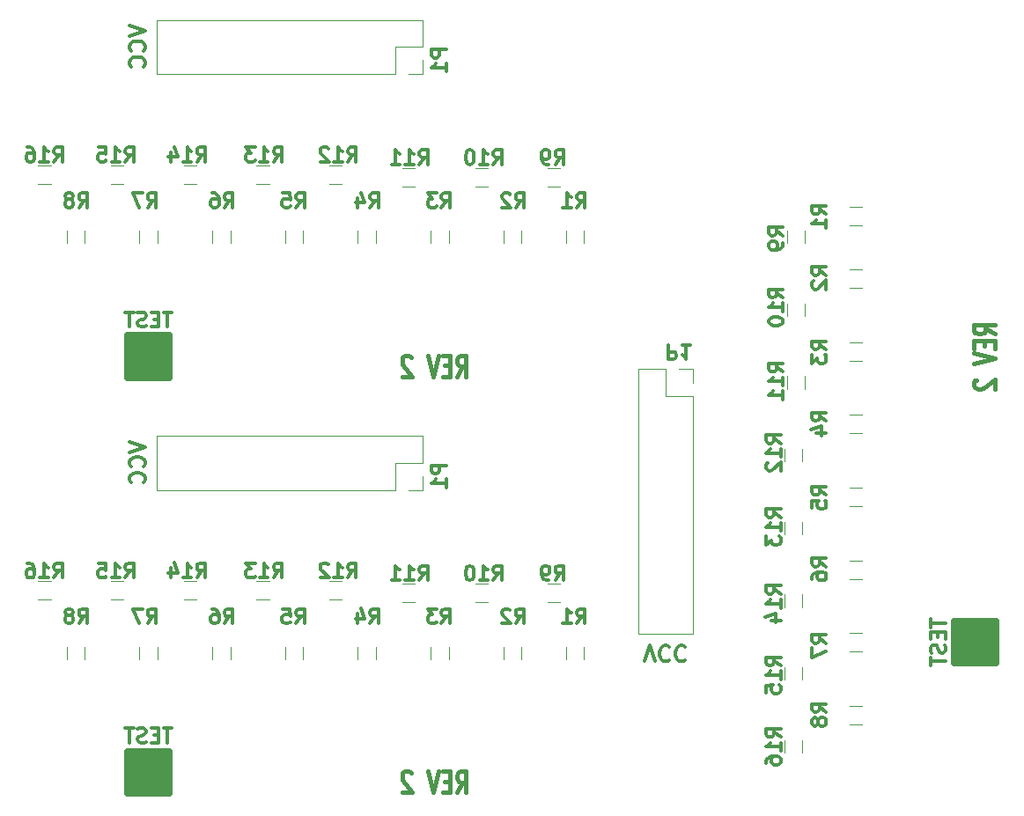
<source format=gbo>
%MOIN*%
%OFA0B0*%
%FSLAX46Y46*%
%IPPOS*%
%LPD*%
%ADD10C,0.012000000000000002*%
%ADD11C,0.015000000000000001*%
%ADD12C,0.013750000000000002*%
%ADD13C,0.025590551181102365*%
%ADD14C,0.0047244094488188976*%
%ADD25C,0.012000000000000002*%
%ADD26C,0.015000000000000001*%
%ADD27C,0.013750000000000002*%
%ADD28C,0.025590551181102365*%
%ADD29C,0.0047244094488188976*%
%ADD30C,0.012000000000000002*%
%ADD31C,0.015000000000000001*%
%ADD32C,0.013750000000000002*%
%ADD33C,0.025590551181102365*%
%ADD34C,0.0047244094488188976*%
G01*
D10*
X0000557694Y0001389763D02*
X0000617694Y0001369763D01*
X0000557694Y0001349763D01*
X0000611979Y0001295478D02*
X0000614836Y0001298335D01*
X0000617694Y0001306906D01*
X0000617694Y0001312620D01*
X0000614836Y0001321192D01*
X0000609122Y0001326906D01*
X0000603408Y0001329763D01*
X0000591979Y0001332620D01*
X0000583408Y0001332620D01*
X0000571979Y0001329763D01*
X0000566265Y0001326906D01*
X0000560551Y0001321192D01*
X0000557694Y0001312620D01*
X0000557694Y0001306906D01*
X0000560551Y0001298335D01*
X0000563408Y0001295478D01*
X0000611979Y0001235478D02*
X0000614836Y0001238335D01*
X0000617694Y0001246906D01*
X0000617694Y0001252620D01*
X0000614836Y0001261192D01*
X0000609122Y0001266906D01*
X0000603408Y0001269763D01*
X0000591979Y0001272620D01*
X0000583408Y0001272620D01*
X0000571979Y0001269763D01*
X0000566265Y0001266906D01*
X0000560551Y0001261192D01*
X0000557694Y0001252620D01*
X0000557694Y0001246906D01*
X0000560551Y0001238335D01*
X0000563408Y0001235478D01*
D11*
X0001798312Y0000062234D02*
X0001818312Y0000100329D01*
X0001832598Y0000062234D02*
X0001832598Y0000142234D01*
X0001809741Y0000142234D01*
X0001804026Y0000138425D01*
X0001801169Y0000134615D01*
X0001798312Y0000126996D01*
X0001798312Y0000115568D01*
X0001801169Y0000107949D01*
X0001804026Y0000104139D01*
X0001809741Y0000100329D01*
X0001832598Y0000100329D01*
X0001772598Y0000104139D02*
X0001752598Y0000104139D01*
X0001744026Y0000062234D02*
X0001772598Y0000062234D01*
X0001772598Y0000142234D01*
X0001744026Y0000142234D01*
X0001726884Y0000142234D02*
X0001706884Y0000062234D01*
X0001686884Y0000142234D01*
X0001624026Y0000134615D02*
X0001621169Y0000138425D01*
X0001615455Y0000142234D01*
X0001601169Y0000142234D01*
X0001595455Y0000138425D01*
X0001592598Y0000134615D01*
X0001589741Y0000126996D01*
X0001589741Y0000119377D01*
X0001592598Y0000107949D01*
X0001626884Y0000062234D01*
X0001589741Y0000062234D01*
D12*
X0000717659Y0000305709D02*
X0000686230Y0000305709D01*
X0000701945Y0000250709D02*
X0000701945Y0000305709D01*
X0000667897Y0000279519D02*
X0000649564Y0000279519D01*
X0000641706Y0000250709D02*
X0000667897Y0000250709D01*
X0000667897Y0000305709D01*
X0000641706Y0000305709D01*
X0000620754Y0000253328D02*
X0000612897Y0000250709D01*
X0000599802Y0000250709D01*
X0000594564Y0000253328D01*
X0000591945Y0000255947D01*
X0000589325Y0000261185D01*
X0000589325Y0000266423D01*
X0000591945Y0000271661D01*
X0000594564Y0000274281D01*
X0000599802Y0000276900D01*
X0000610278Y0000279519D01*
X0000615516Y0000282138D01*
X0000618135Y0000284757D01*
X0000620754Y0000289995D01*
X0000620754Y0000295233D01*
X0000618135Y0000300471D01*
X0000615516Y0000303090D01*
X0000610278Y0000305709D01*
X0000597183Y0000305709D01*
X0000589325Y0000303090D01*
X0000573611Y0000305709D02*
X0000542183Y0000305709D01*
X0000557897Y0000250709D02*
X0000557897Y0000305709D01*
X0002251135Y0000701733D02*
X0002269468Y0000727923D01*
X0002282563Y0000701733D02*
X0002282563Y0000756733D01*
X0002261611Y0000756733D01*
X0002256373Y0000754114D01*
X0002253754Y0000751495D01*
X0002251135Y0000746257D01*
X0002251135Y0000738399D01*
X0002253754Y0000733161D01*
X0002256373Y0000730542D01*
X0002261611Y0000727923D01*
X0002282563Y0000727923D01*
X0002198754Y0000701733D02*
X0002230182Y0000701733D01*
X0002214468Y0000701733D02*
X0002214468Y0000756733D01*
X0002219706Y0000748876D01*
X0002224944Y0000743637D01*
X0002230182Y0000741018D01*
X0002019875Y0000701733D02*
X0002038208Y0000727923D01*
X0002051303Y0000701733D02*
X0002051303Y0000756733D01*
X0002030351Y0000756733D01*
X0002025113Y0000754114D01*
X0002022494Y0000751495D01*
X0002019875Y0000746257D01*
X0002019875Y0000738399D01*
X0002022494Y0000733161D01*
X0002025113Y0000730542D01*
X0002030351Y0000727923D01*
X0002051303Y0000727923D01*
X0001998922Y0000751495D02*
X0001996303Y0000754114D01*
X0001991065Y0000756733D01*
X0001977970Y0000756733D01*
X0001972732Y0000754114D01*
X0001970113Y0000751495D01*
X0001967494Y0000746257D01*
X0001967494Y0000741018D01*
X0001970113Y0000733161D01*
X0002001541Y0000701733D01*
X0001967494Y0000701733D01*
X0001739245Y0000701733D02*
X0001757578Y0000727923D01*
X0001770673Y0000701733D02*
X0001770673Y0000756733D01*
X0001749721Y0000756733D01*
X0001744483Y0000754114D01*
X0001741864Y0000751495D01*
X0001739245Y0000746257D01*
X0001739245Y0000738399D01*
X0001741864Y0000733161D01*
X0001744483Y0000730542D01*
X0001749721Y0000727923D01*
X0001770673Y0000727923D01*
X0001720912Y0000756733D02*
X0001686864Y0000756733D01*
X0001705197Y0000735780D01*
X0001697340Y0000735780D01*
X0001692102Y0000733161D01*
X0001689483Y0000730542D01*
X0001686864Y0000725304D01*
X0001686864Y0000712209D01*
X0001689483Y0000706971D01*
X0001692102Y0000704352D01*
X0001697340Y0000701733D01*
X0001713054Y0000701733D01*
X0001718292Y0000704352D01*
X0001720912Y0000706971D01*
X0001468615Y0000701733D02*
X0001486948Y0000727923D01*
X0001500044Y0000701733D02*
X0001500044Y0000756733D01*
X0001479091Y0000756733D01*
X0001473853Y0000754114D01*
X0001471234Y0000751495D01*
X0001468615Y0000746257D01*
X0001468615Y0000738399D01*
X0001471234Y0000733161D01*
X0001473853Y0000730542D01*
X0001479091Y0000727923D01*
X0001500044Y0000727923D01*
X0001421472Y0000738399D02*
X0001421472Y0000701733D01*
X0001434567Y0000759352D02*
X0001447663Y0000720066D01*
X0001413615Y0000720066D01*
X0001187985Y0000701733D02*
X0001206318Y0000727923D01*
X0001219414Y0000701733D02*
X0001219414Y0000756733D01*
X0001198461Y0000756733D01*
X0001193223Y0000754114D01*
X0001190604Y0000751495D01*
X0001187985Y0000746257D01*
X0001187985Y0000738399D01*
X0001190604Y0000733161D01*
X0001193223Y0000730542D01*
X0001198461Y0000727923D01*
X0001219414Y0000727923D01*
X0001138223Y0000756733D02*
X0001164414Y0000756733D01*
X0001167033Y0000730542D01*
X0001164414Y0000733161D01*
X0001159176Y0000735780D01*
X0001146080Y0000735780D01*
X0001140842Y0000733161D01*
X0001138223Y0000730542D01*
X0001135604Y0000725304D01*
X0001135604Y0000712209D01*
X0001138223Y0000706971D01*
X0001140842Y0000704352D01*
X0001146080Y0000701733D01*
X0001159176Y0000701733D01*
X0001164414Y0000704352D01*
X0001167033Y0000706971D01*
X0000917355Y0000701733D02*
X0000935688Y0000727923D01*
X0000948784Y0000701733D02*
X0000948784Y0000756733D01*
X0000927831Y0000756733D01*
X0000922593Y0000754114D01*
X0000919974Y0000751495D01*
X0000917355Y0000746257D01*
X0000917355Y0000738399D01*
X0000919974Y0000733161D01*
X0000922593Y0000730542D01*
X0000927831Y0000727923D01*
X0000948784Y0000727923D01*
X0000870212Y0000756733D02*
X0000880688Y0000756733D01*
X0000885927Y0000754114D01*
X0000888546Y0000751495D01*
X0000893784Y0000743637D01*
X0000896403Y0000733161D01*
X0000896403Y0000712209D01*
X0000893784Y0000706971D01*
X0000891165Y0000704352D01*
X0000885927Y0000701733D01*
X0000875450Y0000701733D01*
X0000870212Y0000704352D01*
X0000867593Y0000706971D01*
X0000864974Y0000712209D01*
X0000864974Y0000725304D01*
X0000867593Y0000730542D01*
X0000870212Y0000733161D01*
X0000875450Y0000735780D01*
X0000885927Y0000735780D01*
X0000891165Y0000733161D01*
X0000893784Y0000730542D01*
X0000896403Y0000725304D01*
X0000626725Y0000701733D02*
X0000645059Y0000727923D01*
X0000658154Y0000701733D02*
X0000658154Y0000756733D01*
X0000637201Y0000756733D01*
X0000631963Y0000754114D01*
X0000629344Y0000751495D01*
X0000626725Y0000746257D01*
X0000626725Y0000738399D01*
X0000629344Y0000733161D01*
X0000631963Y0000730542D01*
X0000637201Y0000727923D01*
X0000658154Y0000727923D01*
X0000608392Y0000756733D02*
X0000571725Y0000756733D01*
X0000595297Y0000701733D01*
X0000366095Y0000701733D02*
X0000384429Y0000727923D01*
X0000397524Y0000701733D02*
X0000397524Y0000756733D01*
X0000376571Y0000756733D01*
X0000371333Y0000754114D01*
X0000368714Y0000751495D01*
X0000366095Y0000746257D01*
X0000366095Y0000738399D01*
X0000368714Y0000733161D01*
X0000371333Y0000730542D01*
X0000376571Y0000727923D01*
X0000397524Y0000727923D01*
X0000334667Y0000733161D02*
X0000339905Y0000735780D01*
X0000342524Y0000738399D01*
X0000345143Y0000743637D01*
X0000345143Y0000746257D01*
X0000342524Y0000751495D01*
X0000339905Y0000754114D01*
X0000334667Y0000756733D01*
X0000324190Y0000756733D01*
X0000318952Y0000754114D01*
X0000316333Y0000751495D01*
X0000313714Y0000746257D01*
X0000313714Y0000743637D01*
X0000316333Y0000738399D01*
X0000318952Y0000735780D01*
X0000324190Y0000733161D01*
X0000334667Y0000733161D01*
X0000339905Y0000730542D01*
X0000342524Y0000727923D01*
X0000345143Y0000722685D01*
X0000345143Y0000712209D01*
X0000342524Y0000706971D01*
X0000339905Y0000704352D01*
X0000334667Y0000701733D01*
X0000324190Y0000701733D01*
X0000318952Y0000704352D01*
X0000316333Y0000706971D01*
X0000313714Y0000712209D01*
X0000313714Y0000722685D01*
X0000316333Y0000727923D01*
X0000318952Y0000730542D01*
X0000324190Y0000733161D01*
X0002169875Y0000865040D02*
X0002188208Y0000891230D01*
X0002201303Y0000865040D02*
X0002201303Y0000920040D01*
X0002180351Y0000920040D01*
X0002175113Y0000917421D01*
X0002172494Y0000914802D01*
X0002169875Y0000909564D01*
X0002169875Y0000901707D01*
X0002172494Y0000896468D01*
X0002175113Y0000893849D01*
X0002180351Y0000891230D01*
X0002201303Y0000891230D01*
X0002143684Y0000865040D02*
X0002133208Y0000865040D01*
X0002127970Y0000867659D01*
X0002125351Y0000870278D01*
X0002120113Y0000878135D01*
X0002117494Y0000888611D01*
X0002117494Y0000909564D01*
X0002120113Y0000914802D01*
X0002122732Y0000917421D01*
X0002127970Y0000920040D01*
X0002138446Y0000920040D01*
X0002143684Y0000917421D01*
X0002146303Y0000914802D01*
X0002148922Y0000909564D01*
X0002148922Y0000896468D01*
X0002146303Y0000891230D01*
X0002143684Y0000888611D01*
X0002138446Y0000885992D01*
X0002127970Y0000885992D01*
X0002122732Y0000888611D01*
X0002120113Y0000891230D01*
X0002117494Y0000896468D01*
X0001935435Y0000865040D02*
X0001953769Y0000891230D01*
X0001966864Y0000865040D02*
X0001966864Y0000920040D01*
X0001945912Y0000920040D01*
X0001940673Y0000917421D01*
X0001938054Y0000914802D01*
X0001935435Y0000909564D01*
X0001935435Y0000901707D01*
X0001938054Y0000896468D01*
X0001940673Y0000893849D01*
X0001945912Y0000891230D01*
X0001966864Y0000891230D01*
X0001883054Y0000865040D02*
X0001914483Y0000865040D01*
X0001898769Y0000865040D02*
X0001898769Y0000920040D01*
X0001904007Y0000912183D01*
X0001909245Y0000906945D01*
X0001914483Y0000904326D01*
X0001849007Y0000920040D02*
X0001843769Y0000920040D01*
X0001838531Y0000917421D01*
X0001835912Y0000914802D01*
X0001833292Y0000909564D01*
X0001830673Y0000899087D01*
X0001830673Y0000885992D01*
X0001833292Y0000875516D01*
X0001835912Y0000870278D01*
X0001838531Y0000867659D01*
X0001843769Y0000865040D01*
X0001849007Y0000865040D01*
X0001854245Y0000867659D01*
X0001856864Y0000870278D01*
X0001859483Y0000875516D01*
X0001862102Y0000885992D01*
X0001862102Y0000899087D01*
X0001859483Y0000909564D01*
X0001856864Y0000914802D01*
X0001854245Y0000917421D01*
X0001849007Y0000920040D01*
X0001654805Y0000865040D02*
X0001673139Y0000891230D01*
X0001686234Y0000865040D02*
X0001686234Y0000920040D01*
X0001665282Y0000920040D01*
X0001660044Y0000917421D01*
X0001657425Y0000914802D01*
X0001654805Y0000909564D01*
X0001654805Y0000901707D01*
X0001657425Y0000896468D01*
X0001660044Y0000893849D01*
X0001665282Y0000891230D01*
X0001686234Y0000891230D01*
X0001602425Y0000865040D02*
X0001633853Y0000865040D01*
X0001618139Y0000865040D02*
X0001618139Y0000920040D01*
X0001623377Y0000912183D01*
X0001628615Y0000906945D01*
X0001633853Y0000904326D01*
X0001550044Y0000865040D02*
X0001581472Y0000865040D01*
X0001565758Y0000865040D02*
X0001565758Y0000920040D01*
X0001570996Y0000912183D01*
X0001576234Y0000906945D01*
X0001581472Y0000904326D01*
X0001384176Y0000874882D02*
X0001402509Y0000901073D01*
X0001415604Y0000874882D02*
X0001415604Y0000929882D01*
X0001394652Y0000929882D01*
X0001389414Y0000927263D01*
X0001386795Y0000924644D01*
X0001384176Y0000919406D01*
X0001384176Y0000911549D01*
X0001386795Y0000906311D01*
X0001389414Y0000903692D01*
X0001394652Y0000901073D01*
X0001415604Y0000901073D01*
X0001331795Y0000874882D02*
X0001363223Y0000874882D01*
X0001347509Y0000874882D02*
X0001347509Y0000929882D01*
X0001352747Y0000922025D01*
X0001357985Y0000916787D01*
X0001363223Y0000914168D01*
X0001310842Y0000924644D02*
X0001308223Y0000927263D01*
X0001302985Y0000929882D01*
X0001289890Y0000929882D01*
X0001284652Y0000927263D01*
X0001282033Y0000924644D01*
X0001279414Y0000919406D01*
X0001279414Y0000914168D01*
X0001282033Y0000906311D01*
X0001313461Y0000874882D01*
X0001279414Y0000874882D01*
X0001103546Y0000874882D02*
X0001121879Y0000901073D01*
X0001134974Y0000874882D02*
X0001134974Y0000929882D01*
X0001114022Y0000929882D01*
X0001108784Y0000927263D01*
X0001106165Y0000924644D01*
X0001103546Y0000919406D01*
X0001103546Y0000911549D01*
X0001106165Y0000906311D01*
X0001108784Y0000903692D01*
X0001114022Y0000901073D01*
X0001134974Y0000901073D01*
X0001051165Y0000874882D02*
X0001082593Y0000874882D01*
X0001066879Y0000874882D02*
X0001066879Y0000929882D01*
X0001072117Y0000922025D01*
X0001077355Y0000916787D01*
X0001082593Y0000914168D01*
X0001032831Y0000929882D02*
X0000998784Y0000929882D01*
X0001017117Y0000908930D01*
X0001009260Y0000908930D01*
X0001004022Y0000906311D01*
X0001001403Y0000903692D01*
X0000998784Y0000898454D01*
X0000998784Y0000885359D01*
X0001001403Y0000880120D01*
X0001004022Y0000877501D01*
X0001009260Y0000874882D01*
X0001024974Y0000874882D01*
X0001030212Y0000877501D01*
X0001032831Y0000880120D01*
X0000812916Y0000874882D02*
X0000831249Y0000901073D01*
X0000844344Y0000874882D02*
X0000844344Y0000929882D01*
X0000823392Y0000929882D01*
X0000818154Y0000927263D01*
X0000815535Y0000924644D01*
X0000812916Y0000919406D01*
X0000812916Y0000911549D01*
X0000815535Y0000906311D01*
X0000818154Y0000903692D01*
X0000823392Y0000901073D01*
X0000844344Y0000901073D01*
X0000760535Y0000874882D02*
X0000791963Y0000874882D01*
X0000776249Y0000874882D02*
X0000776249Y0000929882D01*
X0000781487Y0000922025D01*
X0000786725Y0000916787D01*
X0000791963Y0000914168D01*
X0000713392Y0000911549D02*
X0000713392Y0000874882D01*
X0000726487Y0000932501D02*
X0000739582Y0000893216D01*
X0000705535Y0000893216D01*
X0000542286Y0000874882D02*
X0000560619Y0000901073D01*
X0000573714Y0000874882D02*
X0000573714Y0000929882D01*
X0000552762Y0000929882D01*
X0000547524Y0000927263D01*
X0000544905Y0000924644D01*
X0000542286Y0000919406D01*
X0000542286Y0000911549D01*
X0000544905Y0000906311D01*
X0000547524Y0000903692D01*
X0000552762Y0000901073D01*
X0000573714Y0000901073D01*
X0000489905Y0000874882D02*
X0000521333Y0000874882D01*
X0000505619Y0000874882D02*
X0000505619Y0000929882D01*
X0000510857Y0000922025D01*
X0000516095Y0000916787D01*
X0000521333Y0000914168D01*
X0000440143Y0000929882D02*
X0000466333Y0000929882D01*
X0000468952Y0000903692D01*
X0000466333Y0000906311D01*
X0000461095Y0000908930D01*
X0000448000Y0000908930D01*
X0000442762Y0000906311D01*
X0000440143Y0000903692D01*
X0000437524Y0000898454D01*
X0000437524Y0000885359D01*
X0000440143Y0000880120D01*
X0000442762Y0000877501D01*
X0000448000Y0000874882D01*
X0000461095Y0000874882D01*
X0000466333Y0000877501D01*
X0000468952Y0000880120D01*
X0000271656Y0000874882D02*
X0000289989Y0000901073D01*
X0000303084Y0000874882D02*
X0000303084Y0000929882D01*
X0000282132Y0000929882D01*
X0000276894Y0000927263D01*
X0000274275Y0000924644D01*
X0000271656Y0000919406D01*
X0000271656Y0000911549D01*
X0000274275Y0000906311D01*
X0000276894Y0000903692D01*
X0000282132Y0000901073D01*
X0000303084Y0000901073D01*
X0000219275Y0000874882D02*
X0000250703Y0000874882D01*
X0000234989Y0000874882D02*
X0000234989Y0000929882D01*
X0000240227Y0000922025D01*
X0000245465Y0000916787D01*
X0000250703Y0000914168D01*
X0000172132Y0000929882D02*
X0000182608Y0000929882D01*
X0000187846Y0000927263D01*
X0000190465Y0000924644D01*
X0000195703Y0000916787D01*
X0000198322Y0000906311D01*
X0000198322Y0000885359D01*
X0000195703Y0000880120D01*
X0000193084Y0000877501D01*
X0000187846Y0000874882D01*
X0000177370Y0000874882D01*
X0000172132Y0000877501D01*
X0000169513Y0000880120D01*
X0000166894Y0000885359D01*
X0000166894Y0000898454D01*
X0000169513Y0000903692D01*
X0000172132Y0000906311D01*
X0000177370Y0000908930D01*
X0000187846Y0000908930D01*
X0000193084Y0000906311D01*
X0000195703Y0000903692D01*
X0000198322Y0000898454D01*
X0001757164Y0001300437D02*
X0001702164Y0001300437D01*
X0001702164Y0001279485D01*
X0001704783Y0001274247D01*
X0001707402Y0001271628D01*
X0001712640Y0001269009D01*
X0001720497Y0001269009D01*
X0001725735Y0001271628D01*
X0001728354Y0001274247D01*
X0001730973Y0001279485D01*
X0001730973Y0001300437D01*
X0001757164Y0001216628D02*
X0001757164Y0001248056D01*
X0001757164Y0001232342D02*
X0001702164Y0001232342D01*
X0001710021Y0001237580D01*
X0001715259Y0001242818D01*
X0001717878Y0001248056D01*
D13*
X0000708661Y0000137795D02*
X0000551181Y0000137795D01*
X0000551181Y0000177165D02*
X0000551181Y0000157480D01*
X0000708661Y0000196850D02*
X0000708661Y0000177165D01*
X0000708661Y0000216535D02*
X0000708661Y0000059055D01*
X0000551181Y0000098425D02*
X0000551181Y0000078740D01*
X0000708661Y0000177165D02*
X0000551181Y0000177165D01*
X0000551181Y0000137795D02*
X0000551181Y0000118110D01*
X0000708661Y0000098425D02*
X0000551181Y0000098425D01*
X0000551181Y0000157480D02*
X0000708661Y0000157480D01*
X0000551181Y0000216535D02*
X0000551181Y0000196850D01*
X0000551181Y0000118110D02*
X0000688976Y0000118110D01*
X0000551181Y0000059055D02*
X0000551181Y0000216535D01*
X0000688976Y0000118110D02*
X0000708661Y0000118110D01*
X0000551181Y0000196850D02*
X0000708661Y0000196850D01*
X0000708661Y0000118110D02*
X0000708661Y0000098425D01*
X0000708661Y0000157480D02*
X0000708661Y0000137795D01*
X0000708661Y0000059055D02*
X0000551181Y0000059055D01*
X0000551181Y0000216535D02*
X0000708661Y0000216535D01*
X0000551181Y0000078740D02*
X0000708661Y0000078740D01*
D14*
X0002209448Y0000614173D02*
X0002209448Y0000566929D01*
X0002278740Y0000566929D02*
X0002278740Y0000614173D01*
X0002042519Y0000566929D02*
X0002042519Y0000614173D01*
X0001973228Y0000614173D02*
X0001973228Y0000566929D01*
X0001697637Y0000614173D02*
X0001697637Y0000566929D01*
X0001766929Y0000566929D02*
X0001766929Y0000614173D01*
X0001491338Y0000566929D02*
X0001491338Y0000614173D01*
X0001422047Y0000614173D02*
X0001422047Y0000566929D01*
X0001146456Y0000614173D02*
X0001146456Y0000566929D01*
X0001215748Y0000566929D02*
X0001215748Y0000614173D01*
X0000940157Y0000566929D02*
X0000940157Y0000614173D01*
X0000870866Y0000614173D02*
X0000870866Y0000566929D01*
X0000595275Y0000614173D02*
X0000595275Y0000566929D01*
X0000664566Y0000566929D02*
X0000664566Y0000614173D01*
X0000388976Y0000566929D02*
X0000388976Y0000614173D01*
X0000319685Y0000614173D02*
X0000319685Y0000566929D01*
X0002188976Y0000851574D02*
X0002141732Y0000851574D01*
X0002141732Y0000782283D02*
X0002188976Y0000782283D01*
X0001913385Y0000851574D02*
X0001866141Y0000851574D01*
X0001866141Y0000782283D02*
X0001913385Y0000782283D01*
X0001590551Y0000782283D02*
X0001637795Y0000782283D01*
X0001637795Y0000851574D02*
X0001590551Y0000851574D01*
X0001314960Y0000792125D02*
X0001362204Y0000792125D01*
X0001362204Y0000861417D02*
X0001314960Y0000861417D01*
X0001039370Y0000792125D02*
X0001086614Y0000792125D01*
X0001086614Y0000861417D02*
X0001039370Y0000861417D01*
X0000763779Y0000792125D02*
X0000811023Y0000792125D01*
X0000811023Y0000861417D02*
X0000763779Y0000861417D01*
X0000488188Y0000792125D02*
X0000535433Y0000792125D01*
X0000535433Y0000861417D02*
X0000488188Y0000861417D01*
X0000259842Y0000861417D02*
X0000212598Y0000861417D01*
X0000212598Y0000792125D02*
X0000259842Y0000792125D01*
X0001666535Y0001207480D02*
X0001666535Y0001259842D01*
X0001564173Y0001207480D02*
X0001564173Y0001309842D01*
X0001666535Y0001309842D02*
X0001666535Y0001412204D01*
X0000661811Y0001207480D02*
X0000661811Y0001412204D01*
X0001564173Y0001207480D02*
X0000661811Y0001207480D01*
X0001564173Y0001309842D02*
X0001666535Y0001309842D01*
X0001614173Y0001207480D02*
X0001666535Y0001207480D01*
X0001666535Y0001412204D02*
X0000661811Y0001412204D01*
G04 next file*
G04 Gerber Fmt 4.6, Leading zero omitted, Abs format (unit mm)*
G04 Created by KiCad (PCBNEW (6.0.1)) date 2022-06-02 17:03:42*
G01*
G04 APERTURE LIST*
G04 APERTURE END LIST*
D25*
X0000557694Y0002964566D02*
X0000617694Y0002944566D01*
X0000557694Y0002924566D01*
X0000611979Y0002870281D02*
X0000614836Y0002873138D01*
X0000617694Y0002881709D01*
X0000617694Y0002887424D01*
X0000614836Y0002895995D01*
X0000609122Y0002901709D01*
X0000603408Y0002904566D01*
X0000591979Y0002907424D01*
X0000583408Y0002907424D01*
X0000571979Y0002904566D01*
X0000566265Y0002901709D01*
X0000560551Y0002895995D01*
X0000557694Y0002887424D01*
X0000557694Y0002881709D01*
X0000560551Y0002873138D01*
X0000563408Y0002870281D01*
X0000611979Y0002810281D02*
X0000614836Y0002813138D01*
X0000617694Y0002821709D01*
X0000617694Y0002827424D01*
X0000614836Y0002835995D01*
X0000609122Y0002841709D01*
X0000603408Y0002844566D01*
X0000591979Y0002847424D01*
X0000583408Y0002847424D01*
X0000571979Y0002844566D01*
X0000566265Y0002841709D01*
X0000560551Y0002835995D01*
X0000557694Y0002827424D01*
X0000557694Y0002821709D01*
X0000560551Y0002813138D01*
X0000563408Y0002810281D01*
D26*
X0001798312Y0001637037D02*
X0001818312Y0001675133D01*
X0001832598Y0001637037D02*
X0001832598Y0001717037D01*
X0001809741Y0001717037D01*
X0001804026Y0001713228D01*
X0001801169Y0001709418D01*
X0001798312Y0001701799D01*
X0001798312Y0001690371D01*
X0001801169Y0001682752D01*
X0001804026Y0001678942D01*
X0001809741Y0001675133D01*
X0001832598Y0001675133D01*
X0001772598Y0001678942D02*
X0001752598Y0001678942D01*
X0001744026Y0001637037D02*
X0001772598Y0001637037D01*
X0001772598Y0001717037D01*
X0001744026Y0001717037D01*
X0001726884Y0001717037D02*
X0001706884Y0001637037D01*
X0001686884Y0001717037D01*
X0001624026Y0001709418D02*
X0001621169Y0001713228D01*
X0001615455Y0001717037D01*
X0001601169Y0001717037D01*
X0001595455Y0001713228D01*
X0001592598Y0001709418D01*
X0001589741Y0001701799D01*
X0001589741Y0001694180D01*
X0001592598Y0001682752D01*
X0001626884Y0001637037D01*
X0001589741Y0001637037D01*
D27*
X0000717659Y0001880512D02*
X0000686230Y0001880512D01*
X0000701945Y0001825512D02*
X0000701945Y0001880512D01*
X0000667897Y0001854322D02*
X0000649564Y0001854322D01*
X0000641706Y0001825512D02*
X0000667897Y0001825512D01*
X0000667897Y0001880512D01*
X0000641706Y0001880512D01*
X0000620754Y0001828131D02*
X0000612897Y0001825512D01*
X0000599802Y0001825512D01*
X0000594564Y0001828131D01*
X0000591945Y0001830750D01*
X0000589325Y0001835988D01*
X0000589325Y0001841227D01*
X0000591945Y0001846465D01*
X0000594564Y0001849084D01*
X0000599802Y0001851703D01*
X0000610278Y0001854322D01*
X0000615516Y0001856941D01*
X0000618135Y0001859560D01*
X0000620754Y0001864798D01*
X0000620754Y0001870036D01*
X0000618135Y0001875274D01*
X0000615516Y0001877893D01*
X0000610278Y0001880512D01*
X0000597183Y0001880512D01*
X0000589325Y0001877893D01*
X0000573611Y0001880512D02*
X0000542183Y0001880512D01*
X0000557897Y0001825512D02*
X0000557897Y0001880512D01*
X0002251135Y0002276536D02*
X0002269468Y0002302726D01*
X0002282563Y0002276536D02*
X0002282563Y0002331536D01*
X0002261611Y0002331536D01*
X0002256373Y0002328917D01*
X0002253754Y0002326298D01*
X0002251135Y0002321060D01*
X0002251135Y0002313203D01*
X0002253754Y0002307964D01*
X0002256373Y0002305345D01*
X0002261611Y0002302726D01*
X0002282563Y0002302726D01*
X0002198754Y0002276536D02*
X0002230182Y0002276536D01*
X0002214468Y0002276536D02*
X0002214468Y0002331536D01*
X0002219706Y0002323679D01*
X0002224944Y0002318441D01*
X0002230182Y0002315822D01*
X0002019875Y0002276536D02*
X0002038208Y0002302726D01*
X0002051303Y0002276536D02*
X0002051303Y0002331536D01*
X0002030351Y0002331536D01*
X0002025113Y0002328917D01*
X0002022494Y0002326298D01*
X0002019875Y0002321060D01*
X0002019875Y0002313203D01*
X0002022494Y0002307964D01*
X0002025113Y0002305345D01*
X0002030351Y0002302726D01*
X0002051303Y0002302726D01*
X0001998922Y0002326298D02*
X0001996303Y0002328917D01*
X0001991065Y0002331536D01*
X0001977970Y0002331536D01*
X0001972732Y0002328917D01*
X0001970113Y0002326298D01*
X0001967494Y0002321060D01*
X0001967494Y0002315822D01*
X0001970113Y0002307964D01*
X0002001541Y0002276536D01*
X0001967494Y0002276536D01*
X0001739245Y0002276536D02*
X0001757578Y0002302726D01*
X0001770673Y0002276536D02*
X0001770673Y0002331536D01*
X0001749721Y0002331536D01*
X0001744483Y0002328917D01*
X0001741864Y0002326298D01*
X0001739245Y0002321060D01*
X0001739245Y0002313203D01*
X0001741864Y0002307964D01*
X0001744483Y0002305345D01*
X0001749721Y0002302726D01*
X0001770673Y0002302726D01*
X0001720912Y0002331536D02*
X0001686864Y0002331536D01*
X0001705197Y0002310584D01*
X0001697340Y0002310584D01*
X0001692102Y0002307964D01*
X0001689483Y0002305345D01*
X0001686864Y0002300107D01*
X0001686864Y0002287012D01*
X0001689483Y0002281774D01*
X0001692102Y0002279155D01*
X0001697340Y0002276536D01*
X0001713054Y0002276536D01*
X0001718292Y0002279155D01*
X0001720912Y0002281774D01*
X0001468615Y0002276536D02*
X0001486948Y0002302726D01*
X0001500044Y0002276536D02*
X0001500044Y0002331536D01*
X0001479091Y0002331536D01*
X0001473853Y0002328917D01*
X0001471234Y0002326298D01*
X0001468615Y0002321060D01*
X0001468615Y0002313203D01*
X0001471234Y0002307964D01*
X0001473853Y0002305345D01*
X0001479091Y0002302726D01*
X0001500044Y0002302726D01*
X0001421472Y0002313203D02*
X0001421472Y0002276536D01*
X0001434567Y0002334155D02*
X0001447663Y0002294869D01*
X0001413615Y0002294869D01*
X0001187985Y0002276536D02*
X0001206318Y0002302726D01*
X0001219414Y0002276536D02*
X0001219414Y0002331536D01*
X0001198461Y0002331536D01*
X0001193223Y0002328917D01*
X0001190604Y0002326298D01*
X0001187985Y0002321060D01*
X0001187985Y0002313203D01*
X0001190604Y0002307964D01*
X0001193223Y0002305345D01*
X0001198461Y0002302726D01*
X0001219414Y0002302726D01*
X0001138223Y0002331536D02*
X0001164414Y0002331536D01*
X0001167033Y0002305345D01*
X0001164414Y0002307964D01*
X0001159176Y0002310584D01*
X0001146080Y0002310584D01*
X0001140842Y0002307964D01*
X0001138223Y0002305345D01*
X0001135604Y0002300107D01*
X0001135604Y0002287012D01*
X0001138223Y0002281774D01*
X0001140842Y0002279155D01*
X0001146080Y0002276536D01*
X0001159176Y0002276536D01*
X0001164414Y0002279155D01*
X0001167033Y0002281774D01*
X0000917355Y0002276536D02*
X0000935688Y0002302726D01*
X0000948784Y0002276536D02*
X0000948784Y0002331536D01*
X0000927831Y0002331536D01*
X0000922593Y0002328917D01*
X0000919974Y0002326298D01*
X0000917355Y0002321060D01*
X0000917355Y0002313203D01*
X0000919974Y0002307964D01*
X0000922593Y0002305345D01*
X0000927831Y0002302726D01*
X0000948784Y0002302726D01*
X0000870212Y0002331536D02*
X0000880688Y0002331536D01*
X0000885927Y0002328917D01*
X0000888546Y0002326298D01*
X0000893784Y0002318441D01*
X0000896403Y0002307964D01*
X0000896403Y0002287012D01*
X0000893784Y0002281774D01*
X0000891165Y0002279155D01*
X0000885927Y0002276536D01*
X0000875450Y0002276536D01*
X0000870212Y0002279155D01*
X0000867593Y0002281774D01*
X0000864974Y0002287012D01*
X0000864974Y0002300107D01*
X0000867593Y0002305345D01*
X0000870212Y0002307964D01*
X0000875450Y0002310584D01*
X0000885927Y0002310584D01*
X0000891165Y0002307964D01*
X0000893784Y0002305345D01*
X0000896403Y0002300107D01*
X0000626725Y0002276536D02*
X0000645059Y0002302726D01*
X0000658154Y0002276536D02*
X0000658154Y0002331536D01*
X0000637201Y0002331536D01*
X0000631963Y0002328917D01*
X0000629344Y0002326298D01*
X0000626725Y0002321060D01*
X0000626725Y0002313203D01*
X0000629344Y0002307964D01*
X0000631963Y0002305345D01*
X0000637201Y0002302726D01*
X0000658154Y0002302726D01*
X0000608392Y0002331536D02*
X0000571725Y0002331536D01*
X0000595297Y0002276536D01*
X0000366095Y0002276536D02*
X0000384429Y0002302726D01*
X0000397524Y0002276536D02*
X0000397524Y0002331536D01*
X0000376571Y0002331536D01*
X0000371333Y0002328917D01*
X0000368714Y0002326298D01*
X0000366095Y0002321060D01*
X0000366095Y0002313203D01*
X0000368714Y0002307964D01*
X0000371333Y0002305345D01*
X0000376571Y0002302726D01*
X0000397524Y0002302726D01*
X0000334667Y0002307964D02*
X0000339905Y0002310584D01*
X0000342524Y0002313203D01*
X0000345143Y0002318441D01*
X0000345143Y0002321060D01*
X0000342524Y0002326298D01*
X0000339905Y0002328917D01*
X0000334667Y0002331536D01*
X0000324190Y0002331536D01*
X0000318952Y0002328917D01*
X0000316333Y0002326298D01*
X0000313714Y0002321060D01*
X0000313714Y0002318441D01*
X0000316333Y0002313203D01*
X0000318952Y0002310584D01*
X0000324190Y0002307964D01*
X0000334667Y0002307964D01*
X0000339905Y0002305345D01*
X0000342524Y0002302726D01*
X0000345143Y0002297488D01*
X0000345143Y0002287012D01*
X0000342524Y0002281774D01*
X0000339905Y0002279155D01*
X0000334667Y0002276536D01*
X0000324190Y0002276536D01*
X0000318952Y0002279155D01*
X0000316333Y0002281774D01*
X0000313714Y0002287012D01*
X0000313714Y0002297488D01*
X0000316333Y0002302726D01*
X0000318952Y0002305345D01*
X0000324190Y0002307964D01*
X0002169875Y0002439843D02*
X0002188208Y0002466033D01*
X0002201303Y0002439843D02*
X0002201303Y0002494843D01*
X0002180351Y0002494843D01*
X0002175113Y0002492224D01*
X0002172494Y0002489605D01*
X0002169875Y0002484367D01*
X0002169875Y0002476510D01*
X0002172494Y0002471272D01*
X0002175113Y0002468652D01*
X0002180351Y0002466033D01*
X0002201303Y0002466033D01*
X0002143684Y0002439843D02*
X0002133208Y0002439843D01*
X0002127970Y0002442462D01*
X0002125351Y0002445081D01*
X0002120113Y0002452938D01*
X0002117494Y0002463414D01*
X0002117494Y0002484367D01*
X0002120113Y0002489605D01*
X0002122732Y0002492224D01*
X0002127970Y0002494843D01*
X0002138446Y0002494843D01*
X0002143684Y0002492224D01*
X0002146303Y0002489605D01*
X0002148922Y0002484367D01*
X0002148922Y0002471272D01*
X0002146303Y0002466033D01*
X0002143684Y0002463414D01*
X0002138446Y0002460795D01*
X0002127970Y0002460795D01*
X0002122732Y0002463414D01*
X0002120113Y0002466033D01*
X0002117494Y0002471272D01*
X0001935435Y0002439843D02*
X0001953769Y0002466033D01*
X0001966864Y0002439843D02*
X0001966864Y0002494843D01*
X0001945912Y0002494843D01*
X0001940673Y0002492224D01*
X0001938054Y0002489605D01*
X0001935435Y0002484367D01*
X0001935435Y0002476510D01*
X0001938054Y0002471272D01*
X0001940673Y0002468652D01*
X0001945912Y0002466033D01*
X0001966864Y0002466033D01*
X0001883054Y0002439843D02*
X0001914483Y0002439843D01*
X0001898769Y0002439843D02*
X0001898769Y0002494843D01*
X0001904007Y0002486986D01*
X0001909245Y0002481748D01*
X0001914483Y0002479129D01*
X0001849007Y0002494843D02*
X0001843769Y0002494843D01*
X0001838531Y0002492224D01*
X0001835912Y0002489605D01*
X0001833292Y0002484367D01*
X0001830673Y0002473891D01*
X0001830673Y0002460795D01*
X0001833292Y0002450319D01*
X0001835912Y0002445081D01*
X0001838531Y0002442462D01*
X0001843769Y0002439843D01*
X0001849007Y0002439843D01*
X0001854245Y0002442462D01*
X0001856864Y0002445081D01*
X0001859483Y0002450319D01*
X0001862102Y0002460795D01*
X0001862102Y0002473891D01*
X0001859483Y0002484367D01*
X0001856864Y0002489605D01*
X0001854245Y0002492224D01*
X0001849007Y0002494843D01*
X0001654805Y0002439843D02*
X0001673139Y0002466033D01*
X0001686234Y0002439843D02*
X0001686234Y0002494843D01*
X0001665282Y0002494843D01*
X0001660044Y0002492224D01*
X0001657425Y0002489605D01*
X0001654805Y0002484367D01*
X0001654805Y0002476510D01*
X0001657425Y0002471272D01*
X0001660044Y0002468652D01*
X0001665282Y0002466033D01*
X0001686234Y0002466033D01*
X0001602425Y0002439843D02*
X0001633853Y0002439843D01*
X0001618139Y0002439843D02*
X0001618139Y0002494843D01*
X0001623377Y0002486986D01*
X0001628615Y0002481748D01*
X0001633853Y0002479129D01*
X0001550044Y0002439843D02*
X0001581472Y0002439843D01*
X0001565758Y0002439843D02*
X0001565758Y0002494843D01*
X0001570996Y0002486986D01*
X0001576234Y0002481748D01*
X0001581472Y0002479129D01*
X0001384176Y0002449685D02*
X0001402509Y0002475876D01*
X0001415604Y0002449685D02*
X0001415604Y0002504685D01*
X0001394652Y0002504685D01*
X0001389414Y0002502066D01*
X0001386795Y0002499447D01*
X0001384176Y0002494209D01*
X0001384176Y0002486352D01*
X0001386795Y0002481114D01*
X0001389414Y0002478495D01*
X0001394652Y0002475876D01*
X0001415604Y0002475876D01*
X0001331795Y0002449685D02*
X0001363223Y0002449685D01*
X0001347509Y0002449685D02*
X0001347509Y0002504685D01*
X0001352747Y0002496828D01*
X0001357985Y0002491590D01*
X0001363223Y0002488971D01*
X0001310842Y0002499447D02*
X0001308223Y0002502066D01*
X0001302985Y0002504685D01*
X0001289890Y0002504685D01*
X0001284652Y0002502066D01*
X0001282033Y0002499447D01*
X0001279414Y0002494209D01*
X0001279414Y0002488971D01*
X0001282033Y0002481114D01*
X0001313461Y0002449685D01*
X0001279414Y0002449685D01*
X0001103546Y0002449685D02*
X0001121879Y0002475876D01*
X0001134974Y0002449685D02*
X0001134974Y0002504685D01*
X0001114022Y0002504685D01*
X0001108784Y0002502066D01*
X0001106165Y0002499447D01*
X0001103546Y0002494209D01*
X0001103546Y0002486352D01*
X0001106165Y0002481114D01*
X0001108784Y0002478495D01*
X0001114022Y0002475876D01*
X0001134974Y0002475876D01*
X0001051165Y0002449685D02*
X0001082593Y0002449685D01*
X0001066879Y0002449685D02*
X0001066879Y0002504685D01*
X0001072117Y0002496828D01*
X0001077355Y0002491590D01*
X0001082593Y0002488971D01*
X0001032831Y0002504685D02*
X0000998784Y0002504685D01*
X0001017117Y0002483733D01*
X0001009260Y0002483733D01*
X0001004022Y0002481114D01*
X0001001403Y0002478495D01*
X0000998784Y0002473257D01*
X0000998784Y0002460162D01*
X0001001403Y0002454924D01*
X0001004022Y0002452305D01*
X0001009260Y0002449685D01*
X0001024974Y0002449685D01*
X0001030212Y0002452305D01*
X0001032831Y0002454924D01*
X0000812916Y0002449685D02*
X0000831249Y0002475876D01*
X0000844344Y0002449685D02*
X0000844344Y0002504685D01*
X0000823392Y0002504685D01*
X0000818154Y0002502066D01*
X0000815535Y0002499447D01*
X0000812916Y0002494209D01*
X0000812916Y0002486352D01*
X0000815535Y0002481114D01*
X0000818154Y0002478495D01*
X0000823392Y0002475876D01*
X0000844344Y0002475876D01*
X0000760535Y0002449685D02*
X0000791963Y0002449685D01*
X0000776249Y0002449685D02*
X0000776249Y0002504685D01*
X0000781487Y0002496828D01*
X0000786725Y0002491590D01*
X0000791963Y0002488971D01*
X0000713392Y0002486352D02*
X0000713392Y0002449685D01*
X0000726487Y0002507305D02*
X0000739582Y0002468019D01*
X0000705535Y0002468019D01*
X0000542286Y0002449685D02*
X0000560619Y0002475876D01*
X0000573714Y0002449685D02*
X0000573714Y0002504685D01*
X0000552762Y0002504685D01*
X0000547524Y0002502066D01*
X0000544905Y0002499447D01*
X0000542286Y0002494209D01*
X0000542286Y0002486352D01*
X0000544905Y0002481114D01*
X0000547524Y0002478495D01*
X0000552762Y0002475876D01*
X0000573714Y0002475876D01*
X0000489905Y0002449685D02*
X0000521333Y0002449685D01*
X0000505619Y0002449685D02*
X0000505619Y0002504685D01*
X0000510857Y0002496828D01*
X0000516095Y0002491590D01*
X0000521333Y0002488971D01*
X0000440143Y0002504685D02*
X0000466333Y0002504685D01*
X0000468952Y0002478495D01*
X0000466333Y0002481114D01*
X0000461095Y0002483733D01*
X0000448000Y0002483733D01*
X0000442762Y0002481114D01*
X0000440143Y0002478495D01*
X0000437524Y0002473257D01*
X0000437524Y0002460162D01*
X0000440143Y0002454924D01*
X0000442762Y0002452305D01*
X0000448000Y0002449685D01*
X0000461095Y0002449685D01*
X0000466333Y0002452305D01*
X0000468952Y0002454924D01*
X0000271656Y0002449685D02*
X0000289989Y0002475876D01*
X0000303084Y0002449685D02*
X0000303084Y0002504685D01*
X0000282132Y0002504685D01*
X0000276894Y0002502066D01*
X0000274275Y0002499447D01*
X0000271656Y0002494209D01*
X0000271656Y0002486352D01*
X0000274275Y0002481114D01*
X0000276894Y0002478495D01*
X0000282132Y0002475876D01*
X0000303084Y0002475876D01*
X0000219275Y0002449685D02*
X0000250703Y0002449685D01*
X0000234989Y0002449685D02*
X0000234989Y0002504685D01*
X0000240227Y0002496828D01*
X0000245465Y0002491590D01*
X0000250703Y0002488971D01*
X0000172132Y0002504685D02*
X0000182608Y0002504685D01*
X0000187846Y0002502066D01*
X0000190465Y0002499447D01*
X0000195703Y0002491590D01*
X0000198322Y0002481114D01*
X0000198322Y0002460162D01*
X0000195703Y0002454924D01*
X0000193084Y0002452305D01*
X0000187846Y0002449685D01*
X0000177370Y0002449685D01*
X0000172132Y0002452305D01*
X0000169513Y0002454924D01*
X0000166894Y0002460162D01*
X0000166894Y0002473257D01*
X0000169513Y0002478495D01*
X0000172132Y0002481114D01*
X0000177370Y0002483733D01*
X0000187846Y0002483733D01*
X0000193084Y0002481114D01*
X0000195703Y0002478495D01*
X0000198322Y0002473257D01*
X0001757164Y0002875240D02*
X0001702164Y0002875240D01*
X0001702164Y0002854288D01*
X0001704783Y0002849050D01*
X0001707402Y0002846431D01*
X0001712640Y0002843812D01*
X0001720497Y0002843812D01*
X0001725735Y0002846431D01*
X0001728354Y0002849050D01*
X0001730973Y0002854288D01*
X0001730973Y0002875240D01*
X0001757164Y0002791431D02*
X0001757164Y0002822859D01*
X0001757164Y0002807145D02*
X0001702164Y0002807145D01*
X0001710021Y0002812383D01*
X0001715259Y0002817621D01*
X0001717878Y0002822859D01*
D28*
X0000708661Y0001712598D02*
X0000551181Y0001712598D01*
X0000551181Y0001751968D02*
X0000551181Y0001732283D01*
X0000708661Y0001771653D02*
X0000708661Y0001751968D01*
X0000708661Y0001791338D02*
X0000708661Y0001633858D01*
X0000551181Y0001673228D02*
X0000551181Y0001653543D01*
X0000708661Y0001751968D02*
X0000551181Y0001751968D01*
X0000551181Y0001712598D02*
X0000551181Y0001692913D01*
X0000708661Y0001673228D02*
X0000551181Y0001673228D01*
X0000551181Y0001732283D02*
X0000708661Y0001732283D01*
X0000551181Y0001791338D02*
X0000551181Y0001771653D01*
X0000551181Y0001692913D02*
X0000688976Y0001692913D01*
X0000551181Y0001633858D02*
X0000551181Y0001791338D01*
X0000688976Y0001692913D02*
X0000708661Y0001692913D01*
X0000551181Y0001771653D02*
X0000708661Y0001771653D01*
X0000708661Y0001692913D02*
X0000708661Y0001673228D01*
X0000708661Y0001732283D02*
X0000708661Y0001712598D01*
X0000708661Y0001633858D02*
X0000551181Y0001633858D01*
X0000551181Y0001791338D02*
X0000708661Y0001791338D01*
X0000551181Y0001653543D02*
X0000708661Y0001653543D01*
D29*
X0002209448Y0002188976D02*
X0002209448Y0002141732D01*
X0002278740Y0002141732D02*
X0002278740Y0002188976D01*
X0002042519Y0002141732D02*
X0002042519Y0002188976D01*
X0001973228Y0002188976D02*
X0001973228Y0002141732D01*
X0001697637Y0002188976D02*
X0001697637Y0002141732D01*
X0001766929Y0002141732D02*
X0001766929Y0002188976D01*
X0001491338Y0002141732D02*
X0001491338Y0002188976D01*
X0001422047Y0002188976D02*
X0001422047Y0002141732D01*
X0001146456Y0002188976D02*
X0001146456Y0002141732D01*
X0001215748Y0002141732D02*
X0001215748Y0002188976D01*
X0000940157Y0002141732D02*
X0000940157Y0002188976D01*
X0000870866Y0002188976D02*
X0000870866Y0002141732D01*
X0000595275Y0002188976D02*
X0000595275Y0002141732D01*
X0000664566Y0002141732D02*
X0000664566Y0002188976D01*
X0000388976Y0002141732D02*
X0000388976Y0002188976D01*
X0000319685Y0002188976D02*
X0000319685Y0002141732D01*
X0002188976Y0002426377D02*
X0002141732Y0002426377D01*
X0002141732Y0002357086D02*
X0002188976Y0002357086D01*
X0001913385Y0002426377D02*
X0001866141Y0002426377D01*
X0001866141Y0002357086D02*
X0001913385Y0002357086D01*
X0001590551Y0002357086D02*
X0001637795Y0002357086D01*
X0001637795Y0002426377D02*
X0001590551Y0002426377D01*
X0001314960Y0002366929D02*
X0001362204Y0002366929D01*
X0001362204Y0002436220D02*
X0001314960Y0002436220D01*
X0001039370Y0002366929D02*
X0001086614Y0002366929D01*
X0001086614Y0002436220D02*
X0001039370Y0002436220D01*
X0000763779Y0002366929D02*
X0000811023Y0002366929D01*
X0000811023Y0002436220D02*
X0000763779Y0002436220D01*
X0000488188Y0002366929D02*
X0000535433Y0002366929D01*
X0000535433Y0002436220D02*
X0000488188Y0002436220D01*
X0000259842Y0002436220D02*
X0000212598Y0002436220D01*
X0000212598Y0002366929D02*
X0000259842Y0002366929D01*
X0001666535Y0002782283D02*
X0001666535Y0002834645D01*
X0001564173Y0002782283D02*
X0001564173Y0002884645D01*
X0001666535Y0002884645D02*
X0001666535Y0002987007D01*
X0000661811Y0002782283D02*
X0000661811Y0002987007D01*
X0001564173Y0002782283D02*
X0000661811Y0002782283D01*
X0001564173Y0002884645D02*
X0001666535Y0002884645D01*
X0001614173Y0002782283D02*
X0001666535Y0002782283D01*
X0001666535Y0002987007D02*
X0000661811Y0002987007D01*
G04 next file*
G04 Gerber Fmt 4.6, Leading zero omitted, Abs format (unit mm)*
G04 Created by KiCad (PCBNEW (6.0.1)) date 2022-06-02 17:03:42*
G01*
G04 APERTURE LIST*
G04 APERTURE END LIST*
D30*
X0002507874Y0000557694D02*
X0002527874Y0000617694D01*
X0002547874Y0000557694D01*
X0002602159Y0000611979D02*
X0002599302Y0000614836D01*
X0002590731Y0000617694D01*
X0002585016Y0000617694D01*
X0002576445Y0000614836D01*
X0002570731Y0000609122D01*
X0002567874Y0000603408D01*
X0002565016Y0000591979D01*
X0002565016Y0000583408D01*
X0002567874Y0000571979D01*
X0002570731Y0000566265D01*
X0002576445Y0000560551D01*
X0002585016Y0000557694D01*
X0002590731Y0000557694D01*
X0002599302Y0000560551D01*
X0002602159Y0000563408D01*
X0002662159Y0000611979D02*
X0002659302Y0000614836D01*
X0002650731Y0000617694D01*
X0002645016Y0000617694D01*
X0002636445Y0000614836D01*
X0002630731Y0000609122D01*
X0002627874Y0000603408D01*
X0002625016Y0000591979D01*
X0002625016Y0000583408D01*
X0002627874Y0000571979D01*
X0002630731Y0000566265D01*
X0002636445Y0000560551D01*
X0002645016Y0000557694D01*
X0002650731Y0000557694D01*
X0002659302Y0000560551D01*
X0002662159Y0000563408D01*
D31*
X0003835403Y0001798312D02*
X0003797307Y0001818312D01*
X0003835403Y0001832598D02*
X0003755403Y0001832598D01*
X0003755403Y0001809741D01*
X0003759212Y0001804026D01*
X0003763022Y0001801169D01*
X0003770641Y0001798312D01*
X0003782069Y0001798312D01*
X0003789688Y0001801169D01*
X0003793498Y0001804026D01*
X0003797307Y0001809741D01*
X0003797307Y0001832598D01*
X0003793498Y0001772598D02*
X0003793498Y0001752598D01*
X0003835403Y0001744026D02*
X0003835403Y0001772598D01*
X0003755403Y0001772598D01*
X0003755403Y0001744026D01*
X0003755403Y0001726884D02*
X0003835403Y0001706884D01*
X0003755403Y0001686884D01*
X0003763022Y0001624026D02*
X0003759212Y0001621169D01*
X0003755403Y0001615455D01*
X0003755403Y0001601169D01*
X0003759212Y0001595455D01*
X0003763022Y0001592598D01*
X0003770641Y0001589741D01*
X0003778260Y0001589741D01*
X0003789688Y0001592598D01*
X0003835403Y0001626884D01*
X0003835403Y0001589741D01*
D32*
X0003591928Y0000717659D02*
X0003591928Y0000686230D01*
X0003646928Y0000701945D02*
X0003591928Y0000701945D01*
X0003618118Y0000667897D02*
X0003618118Y0000649564D01*
X0003646928Y0000641706D02*
X0003646928Y0000667897D01*
X0003591928Y0000667897D01*
X0003591928Y0000641706D01*
X0003644309Y0000620754D02*
X0003646928Y0000612897D01*
X0003646928Y0000599802D01*
X0003644309Y0000594564D01*
X0003641690Y0000591945D01*
X0003636451Y0000589325D01*
X0003631213Y0000589325D01*
X0003625975Y0000591945D01*
X0003623356Y0000594564D01*
X0003620737Y0000599802D01*
X0003618118Y0000610278D01*
X0003615499Y0000615516D01*
X0003612880Y0000618135D01*
X0003607642Y0000620754D01*
X0003602404Y0000620754D01*
X0003597166Y0000618135D01*
X0003594547Y0000615516D01*
X0003591928Y0000610278D01*
X0003591928Y0000597183D01*
X0003594547Y0000589325D01*
X0003591928Y0000573611D02*
X0003591928Y0000542183D01*
X0003646928Y0000557897D02*
X0003591928Y0000557897D01*
X0003195904Y0002251135D02*
X0003169714Y0002269468D01*
X0003195904Y0002282563D02*
X0003140904Y0002282563D01*
X0003140904Y0002261611D01*
X0003143523Y0002256373D01*
X0003146142Y0002253754D01*
X0003151380Y0002251135D01*
X0003159237Y0002251135D01*
X0003164475Y0002253754D01*
X0003167095Y0002256373D01*
X0003169714Y0002261611D01*
X0003169714Y0002282563D01*
X0003195904Y0002198754D02*
X0003195904Y0002230182D01*
X0003195904Y0002214468D02*
X0003140904Y0002214468D01*
X0003148761Y0002219706D01*
X0003153999Y0002224944D01*
X0003156618Y0002230182D01*
X0003195904Y0002019875D02*
X0003169714Y0002038208D01*
X0003195904Y0002051303D02*
X0003140904Y0002051303D01*
X0003140904Y0002030351D01*
X0003143523Y0002025113D01*
X0003146142Y0002022494D01*
X0003151380Y0002019875D01*
X0003159237Y0002019875D01*
X0003164475Y0002022494D01*
X0003167095Y0002025113D01*
X0003169714Y0002030351D01*
X0003169714Y0002051303D01*
X0003146142Y0001998922D02*
X0003143523Y0001996303D01*
X0003140904Y0001991065D01*
X0003140904Y0001977970D01*
X0003143523Y0001972732D01*
X0003146142Y0001970113D01*
X0003151380Y0001967494D01*
X0003156618Y0001967494D01*
X0003164475Y0001970113D01*
X0003195904Y0002001541D01*
X0003195904Y0001967494D01*
X0003195904Y0001739245D02*
X0003169714Y0001757578D01*
X0003195904Y0001770673D02*
X0003140904Y0001770673D01*
X0003140904Y0001749721D01*
X0003143523Y0001744483D01*
X0003146142Y0001741864D01*
X0003151380Y0001739245D01*
X0003159237Y0001739245D01*
X0003164475Y0001741864D01*
X0003167095Y0001744483D01*
X0003169714Y0001749721D01*
X0003169714Y0001770673D01*
X0003140904Y0001720912D02*
X0003140904Y0001686864D01*
X0003161856Y0001705197D01*
X0003161856Y0001697340D01*
X0003164475Y0001692102D01*
X0003167095Y0001689483D01*
X0003172333Y0001686864D01*
X0003185428Y0001686864D01*
X0003190666Y0001689483D01*
X0003193285Y0001692102D01*
X0003195904Y0001697340D01*
X0003195904Y0001713054D01*
X0003193285Y0001718292D01*
X0003190666Y0001720912D01*
X0003195904Y0001468615D02*
X0003169714Y0001486948D01*
X0003195904Y0001500044D02*
X0003140904Y0001500044D01*
X0003140904Y0001479091D01*
X0003143523Y0001473853D01*
X0003146142Y0001471234D01*
X0003151380Y0001468615D01*
X0003159237Y0001468615D01*
X0003164475Y0001471234D01*
X0003167095Y0001473853D01*
X0003169714Y0001479091D01*
X0003169714Y0001500044D01*
X0003159237Y0001421472D02*
X0003195904Y0001421472D01*
X0003138285Y0001434567D02*
X0003177571Y0001447663D01*
X0003177571Y0001413615D01*
X0003195904Y0001187985D02*
X0003169714Y0001206318D01*
X0003195904Y0001219414D02*
X0003140904Y0001219414D01*
X0003140904Y0001198461D01*
X0003143523Y0001193223D01*
X0003146142Y0001190604D01*
X0003151380Y0001187985D01*
X0003159237Y0001187985D01*
X0003164475Y0001190604D01*
X0003167095Y0001193223D01*
X0003169714Y0001198461D01*
X0003169714Y0001219414D01*
X0003140904Y0001138223D02*
X0003140904Y0001164414D01*
X0003167095Y0001167033D01*
X0003164475Y0001164414D01*
X0003161856Y0001159176D01*
X0003161856Y0001146080D01*
X0003164475Y0001140842D01*
X0003167095Y0001138223D01*
X0003172333Y0001135604D01*
X0003185428Y0001135604D01*
X0003190666Y0001138223D01*
X0003193285Y0001140842D01*
X0003195904Y0001146080D01*
X0003195904Y0001159176D01*
X0003193285Y0001164414D01*
X0003190666Y0001167033D01*
X0003195904Y0000917355D02*
X0003169714Y0000935688D01*
X0003195904Y0000948784D02*
X0003140904Y0000948784D01*
X0003140904Y0000927831D01*
X0003143523Y0000922593D01*
X0003146142Y0000919974D01*
X0003151380Y0000917355D01*
X0003159237Y0000917355D01*
X0003164475Y0000919974D01*
X0003167095Y0000922593D01*
X0003169714Y0000927831D01*
X0003169714Y0000948784D01*
X0003140904Y0000870212D02*
X0003140904Y0000880688D01*
X0003143523Y0000885927D01*
X0003146142Y0000888546D01*
X0003153999Y0000893784D01*
X0003164475Y0000896403D01*
X0003185428Y0000896403D01*
X0003190666Y0000893784D01*
X0003193285Y0000891165D01*
X0003195904Y0000885927D01*
X0003195904Y0000875450D01*
X0003193285Y0000870212D01*
X0003190666Y0000867593D01*
X0003185428Y0000864974D01*
X0003172333Y0000864974D01*
X0003167095Y0000867593D01*
X0003164475Y0000870212D01*
X0003161856Y0000875450D01*
X0003161856Y0000885927D01*
X0003164475Y0000891165D01*
X0003167095Y0000893784D01*
X0003172333Y0000896403D01*
X0003195904Y0000626725D02*
X0003169714Y0000645059D01*
X0003195904Y0000658154D02*
X0003140904Y0000658154D01*
X0003140904Y0000637201D01*
X0003143523Y0000631963D01*
X0003146142Y0000629344D01*
X0003151380Y0000626725D01*
X0003159237Y0000626725D01*
X0003164475Y0000629344D01*
X0003167095Y0000631963D01*
X0003169714Y0000637201D01*
X0003169714Y0000658154D01*
X0003140904Y0000608392D02*
X0003140904Y0000571725D01*
X0003195904Y0000595297D01*
X0003195904Y0000366095D02*
X0003169714Y0000384429D01*
X0003195904Y0000397524D02*
X0003140904Y0000397524D01*
X0003140904Y0000376571D01*
X0003143523Y0000371333D01*
X0003146142Y0000368714D01*
X0003151380Y0000366095D01*
X0003159237Y0000366095D01*
X0003164475Y0000368714D01*
X0003167095Y0000371333D01*
X0003169714Y0000376571D01*
X0003169714Y0000397524D01*
X0003164475Y0000334667D02*
X0003161856Y0000339905D01*
X0003159237Y0000342524D01*
X0003153999Y0000345143D01*
X0003151380Y0000345143D01*
X0003146142Y0000342524D01*
X0003143523Y0000339905D01*
X0003140904Y0000334667D01*
X0003140904Y0000324190D01*
X0003143523Y0000318952D01*
X0003146142Y0000316333D01*
X0003151380Y0000313714D01*
X0003153999Y0000313714D01*
X0003159237Y0000316333D01*
X0003161856Y0000318952D01*
X0003164475Y0000324190D01*
X0003164475Y0000334667D01*
X0003167095Y0000339905D01*
X0003169714Y0000342524D01*
X0003174952Y0000345143D01*
X0003185428Y0000345143D01*
X0003190666Y0000342524D01*
X0003193285Y0000339905D01*
X0003195904Y0000334667D01*
X0003195904Y0000324190D01*
X0003193285Y0000318952D01*
X0003190666Y0000316333D01*
X0003185428Y0000313714D01*
X0003174952Y0000313714D01*
X0003169714Y0000316333D01*
X0003167095Y0000318952D01*
X0003164475Y0000324190D01*
X0003032597Y0002169875D02*
X0003006407Y0002188208D01*
X0003032597Y0002201303D02*
X0002977597Y0002201303D01*
X0002977597Y0002180351D01*
X0002980216Y0002175113D01*
X0002982835Y0002172494D01*
X0002988073Y0002169875D01*
X0002995930Y0002169875D01*
X0003001168Y0002172494D01*
X0003003787Y0002175113D01*
X0003006407Y0002180351D01*
X0003006407Y0002201303D01*
X0003032597Y0002143684D02*
X0003032597Y0002133208D01*
X0003029978Y0002127970D01*
X0003027359Y0002125351D01*
X0003019502Y0002120113D01*
X0003009026Y0002117494D01*
X0002988073Y0002117494D01*
X0002982835Y0002120113D01*
X0002980216Y0002122732D01*
X0002977597Y0002127970D01*
X0002977597Y0002138446D01*
X0002980216Y0002143684D01*
X0002982835Y0002146303D01*
X0002988073Y0002148922D01*
X0003001168Y0002148922D01*
X0003006407Y0002146303D01*
X0003009026Y0002143684D01*
X0003011645Y0002138446D01*
X0003011645Y0002127970D01*
X0003009026Y0002122732D01*
X0003006407Y0002120113D01*
X0003001168Y0002117494D01*
X0003032597Y0001935435D02*
X0003006407Y0001953769D01*
X0003032597Y0001966864D02*
X0002977597Y0001966864D01*
X0002977597Y0001945912D01*
X0002980216Y0001940673D01*
X0002982835Y0001938054D01*
X0002988073Y0001935435D01*
X0002995930Y0001935435D01*
X0003001168Y0001938054D01*
X0003003787Y0001940673D01*
X0003006407Y0001945912D01*
X0003006407Y0001966864D01*
X0003032597Y0001883054D02*
X0003032597Y0001914483D01*
X0003032597Y0001898769D02*
X0002977597Y0001898769D01*
X0002985454Y0001904007D01*
X0002990692Y0001909245D01*
X0002993311Y0001914483D01*
X0002977597Y0001849007D02*
X0002977597Y0001843769D01*
X0002980216Y0001838531D01*
X0002982835Y0001835912D01*
X0002988073Y0001833292D01*
X0002998549Y0001830673D01*
X0003011645Y0001830673D01*
X0003022121Y0001833292D01*
X0003027359Y0001835912D01*
X0003029978Y0001838531D01*
X0003032597Y0001843769D01*
X0003032597Y0001849007D01*
X0003029978Y0001854245D01*
X0003027359Y0001856864D01*
X0003022121Y0001859483D01*
X0003011645Y0001862102D01*
X0002998549Y0001862102D01*
X0002988073Y0001859483D01*
X0002982835Y0001856864D01*
X0002980216Y0001854245D01*
X0002977597Y0001849007D01*
X0003032597Y0001654805D02*
X0003006407Y0001673139D01*
X0003032597Y0001686234D02*
X0002977597Y0001686234D01*
X0002977597Y0001665282D01*
X0002980216Y0001660044D01*
X0002982835Y0001657425D01*
X0002988073Y0001654805D01*
X0002995930Y0001654805D01*
X0003001168Y0001657425D01*
X0003003787Y0001660044D01*
X0003006407Y0001665282D01*
X0003006407Y0001686234D01*
X0003032597Y0001602425D02*
X0003032597Y0001633853D01*
X0003032597Y0001618139D02*
X0002977597Y0001618139D01*
X0002985454Y0001623377D01*
X0002990692Y0001628615D01*
X0002993311Y0001633853D01*
X0003032597Y0001550044D02*
X0003032597Y0001581472D01*
X0003032597Y0001565758D02*
X0002977597Y0001565758D01*
X0002985454Y0001570996D01*
X0002990692Y0001576234D01*
X0002993311Y0001581472D01*
X0003022754Y0001384176D02*
X0002996564Y0001402509D01*
X0003022754Y0001415604D02*
X0002967754Y0001415604D01*
X0002967754Y0001394652D01*
X0002970374Y0001389414D01*
X0002972993Y0001386795D01*
X0002978231Y0001384176D01*
X0002986088Y0001384176D01*
X0002991326Y0001386795D01*
X0002993945Y0001389414D01*
X0002996564Y0001394652D01*
X0002996564Y0001415604D01*
X0003022754Y0001331795D02*
X0003022754Y0001363223D01*
X0003022754Y0001347509D02*
X0002967754Y0001347509D01*
X0002975612Y0001352747D01*
X0002980850Y0001357985D01*
X0002983469Y0001363223D01*
X0002972993Y0001310842D02*
X0002970374Y0001308223D01*
X0002967754Y0001302985D01*
X0002967754Y0001289890D01*
X0002970374Y0001284652D01*
X0002972993Y0001282033D01*
X0002978231Y0001279414D01*
X0002983469Y0001279414D01*
X0002991326Y0001282033D01*
X0003022754Y0001313461D01*
X0003022754Y0001279414D01*
X0003022754Y0001103546D02*
X0002996564Y0001121879D01*
X0003022754Y0001134974D02*
X0002967754Y0001134974D01*
X0002967754Y0001114022D01*
X0002970374Y0001108784D01*
X0002972993Y0001106165D01*
X0002978231Y0001103546D01*
X0002986088Y0001103546D01*
X0002991326Y0001106165D01*
X0002993945Y0001108784D01*
X0002996564Y0001114022D01*
X0002996564Y0001134974D01*
X0003022754Y0001051165D02*
X0003022754Y0001082593D01*
X0003022754Y0001066879D02*
X0002967754Y0001066879D01*
X0002975612Y0001072117D01*
X0002980850Y0001077355D01*
X0002983469Y0001082593D01*
X0002967754Y0001032831D02*
X0002967754Y0000998784D01*
X0002988707Y0001017117D01*
X0002988707Y0001009260D01*
X0002991326Y0001004022D01*
X0002993945Y0001001403D01*
X0002999183Y0000998784D01*
X0003012278Y0000998784D01*
X0003017516Y0001001403D01*
X0003020135Y0001004022D01*
X0003022754Y0001009260D01*
X0003022754Y0001024974D01*
X0003020135Y0001030212D01*
X0003017516Y0001032831D01*
X0003022754Y0000812916D02*
X0002996564Y0000831249D01*
X0003022754Y0000844344D02*
X0002967754Y0000844344D01*
X0002967754Y0000823392D01*
X0002970374Y0000818154D01*
X0002972993Y0000815535D01*
X0002978231Y0000812916D01*
X0002986088Y0000812916D01*
X0002991326Y0000815535D01*
X0002993945Y0000818154D01*
X0002996564Y0000823392D01*
X0002996564Y0000844344D01*
X0003022754Y0000760535D02*
X0003022754Y0000791963D01*
X0003022754Y0000776249D02*
X0002967754Y0000776249D01*
X0002975612Y0000781487D01*
X0002980850Y0000786725D01*
X0002983469Y0000791963D01*
X0002986088Y0000713392D02*
X0003022754Y0000713392D01*
X0002965135Y0000726487D02*
X0003004421Y0000739582D01*
X0003004421Y0000705535D01*
X0003022754Y0000542286D02*
X0002996564Y0000560619D01*
X0003022754Y0000573714D02*
X0002967754Y0000573714D01*
X0002967754Y0000552762D01*
X0002970374Y0000547524D01*
X0002972993Y0000544905D01*
X0002978231Y0000542286D01*
X0002986088Y0000542286D01*
X0002991326Y0000544905D01*
X0002993945Y0000547524D01*
X0002996564Y0000552762D01*
X0002996564Y0000573714D01*
X0003022754Y0000489905D02*
X0003022754Y0000521333D01*
X0003022754Y0000505619D02*
X0002967754Y0000505619D01*
X0002975612Y0000510857D01*
X0002980850Y0000516095D01*
X0002983469Y0000521333D01*
X0002967754Y0000440143D02*
X0002967754Y0000466333D01*
X0002993945Y0000468952D01*
X0002991326Y0000466333D01*
X0002988707Y0000461095D01*
X0002988707Y0000448000D01*
X0002991326Y0000442762D01*
X0002993945Y0000440143D01*
X0002999183Y0000437524D01*
X0003012278Y0000437524D01*
X0003017516Y0000440143D01*
X0003020135Y0000442762D01*
X0003022754Y0000448000D01*
X0003022754Y0000461095D01*
X0003020135Y0000466333D01*
X0003017516Y0000468952D01*
X0003022754Y0000271656D02*
X0002996564Y0000289989D01*
X0003022754Y0000303084D02*
X0002967754Y0000303084D01*
X0002967754Y0000282132D01*
X0002970374Y0000276894D01*
X0002972993Y0000274275D01*
X0002978231Y0000271656D01*
X0002986088Y0000271656D01*
X0002991326Y0000274275D01*
X0002993945Y0000276894D01*
X0002996564Y0000282132D01*
X0002996564Y0000303084D01*
X0003022754Y0000219275D02*
X0003022754Y0000250703D01*
X0003022754Y0000234989D02*
X0002967754Y0000234989D01*
X0002975612Y0000240227D01*
X0002980850Y0000245465D01*
X0002983469Y0000250703D01*
X0002967754Y0000172132D02*
X0002967754Y0000182608D01*
X0002970374Y0000187846D01*
X0002972993Y0000190465D01*
X0002980850Y0000195703D01*
X0002991326Y0000198322D01*
X0003012278Y0000198322D01*
X0003017516Y0000195703D01*
X0003020135Y0000193084D01*
X0003022754Y0000187846D01*
X0003022754Y0000177370D01*
X0003020135Y0000172132D01*
X0003017516Y0000169513D01*
X0003012278Y0000166894D01*
X0002999183Y0000166894D01*
X0002993945Y0000169513D01*
X0002991326Y0000172132D01*
X0002988707Y0000177370D01*
X0002988707Y0000187846D01*
X0002991326Y0000193084D01*
X0002993945Y0000195703D01*
X0002999183Y0000198322D01*
X0002597200Y0001757164D02*
X0002597200Y0001702164D01*
X0002618152Y0001702164D01*
X0002623390Y0001704783D01*
X0002626009Y0001707402D01*
X0002628628Y0001712640D01*
X0002628628Y0001720497D01*
X0002626009Y0001725735D01*
X0002623390Y0001728354D01*
X0002618152Y0001730973D01*
X0002597200Y0001730973D01*
X0002681009Y0001757164D02*
X0002649580Y0001757164D01*
X0002665295Y0001757164D02*
X0002665295Y0001702164D01*
X0002660057Y0001710021D01*
X0002654819Y0001715259D01*
X0002649580Y0001717878D01*
D33*
X0003759842Y0000708661D02*
X0003759842Y0000551181D01*
X0003720472Y0000551181D02*
X0003740157Y0000551181D01*
X0003700787Y0000708661D02*
X0003720472Y0000708661D01*
X0003681102Y0000708661D02*
X0003838582Y0000708661D01*
X0003799212Y0000551181D02*
X0003818897Y0000551181D01*
X0003720472Y0000708661D02*
X0003720472Y0000551181D01*
X0003759842Y0000551181D02*
X0003779527Y0000551181D01*
X0003799212Y0000708661D02*
X0003799212Y0000551181D01*
X0003740157Y0000551181D02*
X0003740157Y0000708661D01*
X0003681102Y0000551181D02*
X0003700787Y0000551181D01*
X0003779527Y0000551181D02*
X0003779527Y0000688976D01*
X0003838582Y0000551181D02*
X0003681102Y0000551181D01*
X0003779527Y0000688976D02*
X0003779527Y0000708661D01*
X0003700787Y0000551181D02*
X0003700787Y0000708661D01*
X0003779527Y0000708661D02*
X0003799212Y0000708661D01*
X0003740157Y0000708661D02*
X0003759842Y0000708661D01*
X0003838582Y0000708661D02*
X0003838582Y0000551181D01*
X0003681102Y0000551181D02*
X0003681102Y0000708661D01*
X0003818897Y0000551181D02*
X0003818897Y0000708661D01*
D34*
X0003283464Y0002209448D02*
X0003330708Y0002209448D01*
X0003330708Y0002278740D02*
X0003283464Y0002278740D01*
X0003330708Y0002042519D02*
X0003283464Y0002042519D01*
X0003283464Y0001973228D02*
X0003330708Y0001973228D01*
X0003283464Y0001697637D02*
X0003330708Y0001697637D01*
X0003330708Y0001766929D02*
X0003283464Y0001766929D01*
X0003330708Y0001491338D02*
X0003283464Y0001491338D01*
X0003283464Y0001422047D02*
X0003330708Y0001422047D01*
X0003283464Y0001146456D02*
X0003330708Y0001146456D01*
X0003330708Y0001215748D02*
X0003283464Y0001215748D01*
X0003330708Y0000940157D02*
X0003283464Y0000940157D01*
X0003283464Y0000870866D02*
X0003330708Y0000870866D01*
X0003283464Y0000595275D02*
X0003330708Y0000595275D01*
X0003330708Y0000664566D02*
X0003283464Y0000664566D01*
X0003330708Y0000388976D02*
X0003283464Y0000388976D01*
X0003283464Y0000319685D02*
X0003330708Y0000319685D01*
X0003046062Y0002188976D02*
X0003046062Y0002141732D01*
X0003115354Y0002141732D02*
X0003115354Y0002188976D01*
X0003046062Y0001913385D02*
X0003046062Y0001866141D01*
X0003115354Y0001866141D02*
X0003115354Y0001913385D01*
X0003115354Y0001590551D02*
X0003115354Y0001637795D01*
X0003046062Y0001637795D02*
X0003046062Y0001590551D01*
X0003105511Y0001314960D02*
X0003105511Y0001362204D01*
X0003036220Y0001362204D02*
X0003036220Y0001314960D01*
X0003105511Y0001039370D02*
X0003105511Y0001086614D01*
X0003036220Y0001086614D02*
X0003036220Y0001039370D01*
X0003105511Y0000763779D02*
X0003105511Y0000811023D01*
X0003036220Y0000811023D02*
X0003036220Y0000763779D01*
X0003105511Y0000488188D02*
X0003105511Y0000535433D01*
X0003036220Y0000535433D02*
X0003036220Y0000488188D01*
X0003036220Y0000259842D02*
X0003036220Y0000212598D01*
X0003105511Y0000212598D02*
X0003105511Y0000259842D01*
X0002690157Y0001666535D02*
X0002637795Y0001666535D01*
X0002690157Y0001564173D02*
X0002587795Y0001564173D01*
X0002587795Y0001666535D02*
X0002485433Y0001666535D01*
X0002690157Y0000661811D02*
X0002485433Y0000661811D01*
X0002690157Y0001564173D02*
X0002690157Y0000661811D01*
X0002587795Y0001564173D02*
X0002587795Y0001666535D01*
X0002690157Y0001614173D02*
X0002690157Y0001666535D01*
X0002485433Y0001666535D02*
X0002485433Y0000661811D01*
M02*
</source>
